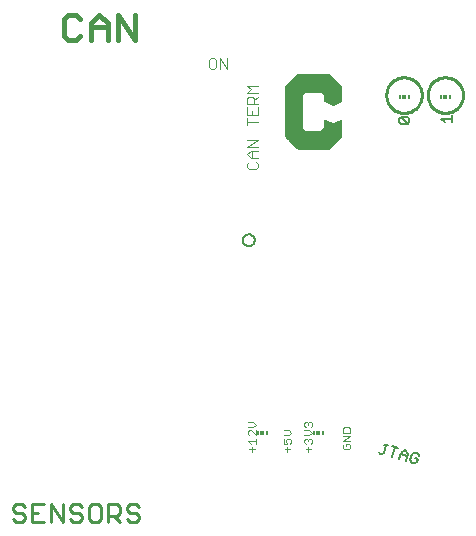
<source format=gto>
G75*
G70*
%OFA0B0*%
%FSLAX24Y24*%
%IPPOS*%
%LPD*%
%AMOC8*
5,1,8,0,0,1.08239X$1,22.5*
%
%ADD10C,0.0050*%
%ADD11C,0.0098*%
%ADD12C,0.0150*%
%ADD13C,0.0100*%
%ADD14C,0.0040*%
%ADD15R,0.0059X0.0118*%
%ADD16R,0.0118X0.0118*%
%ADD17C,0.0004*%
D10*
X022595Y010058D02*
X022597Y010085D01*
X022603Y010112D01*
X022612Y010138D01*
X022625Y010162D01*
X022641Y010185D01*
X022660Y010204D01*
X022682Y010221D01*
X022706Y010235D01*
X022731Y010245D01*
X022758Y010252D01*
X022785Y010255D01*
X022813Y010254D01*
X022840Y010249D01*
X022866Y010241D01*
X022890Y010229D01*
X022913Y010213D01*
X022934Y010195D01*
X022951Y010174D01*
X022966Y010150D01*
X022977Y010125D01*
X022985Y010099D01*
X022989Y010072D01*
X022989Y010044D01*
X022985Y010017D01*
X022977Y009991D01*
X022966Y009966D01*
X022951Y009942D01*
X022934Y009921D01*
X022913Y009903D01*
X022891Y009887D01*
X022866Y009875D01*
X022840Y009867D01*
X022813Y009862D01*
X022785Y009861D01*
X022758Y009864D01*
X022731Y009871D01*
X022706Y009881D01*
X022682Y009895D01*
X022660Y009912D01*
X022641Y009931D01*
X022625Y009954D01*
X022612Y009978D01*
X022603Y010004D01*
X022597Y010031D01*
X022595Y010058D01*
X027796Y013992D02*
X027796Y014107D01*
X027853Y014164D01*
X028083Y013935D01*
X028140Y013992D01*
X028140Y014107D01*
X028083Y014164D01*
X027853Y014164D01*
X027796Y013992D02*
X027853Y013935D01*
X028083Y013935D01*
X029213Y014109D02*
X029557Y014109D01*
X029557Y014223D02*
X029557Y013994D01*
X029328Y013994D02*
X029213Y014109D01*
X027313Y003246D02*
X027423Y003216D01*
X027368Y003231D02*
X027294Y002954D01*
X027224Y002914D01*
X027168Y002929D01*
X027128Y002999D01*
X027552Y003182D02*
X027773Y003122D01*
X027663Y003152D02*
X027574Y002820D01*
X027813Y002756D02*
X027872Y002977D01*
X028013Y003058D01*
X028094Y002918D01*
X028034Y002696D01*
X028178Y002717D02*
X028237Y002939D01*
X028308Y002979D01*
X028418Y002950D01*
X028459Y002879D01*
X028429Y002769D02*
X028318Y002798D01*
X028429Y002769D02*
X028399Y002658D01*
X028329Y002617D01*
X028219Y002647D01*
X028178Y002717D01*
X028079Y002862D02*
X027858Y002922D01*
D11*
X027377Y014894D02*
X027379Y014942D01*
X027385Y014990D01*
X027395Y015037D01*
X027408Y015083D01*
X027426Y015128D01*
X027446Y015172D01*
X027471Y015214D01*
X027499Y015253D01*
X027529Y015290D01*
X027563Y015324D01*
X027600Y015356D01*
X027638Y015385D01*
X027679Y015410D01*
X027722Y015432D01*
X027767Y015450D01*
X027813Y015464D01*
X027860Y015475D01*
X027908Y015482D01*
X027956Y015485D01*
X028004Y015484D01*
X028052Y015479D01*
X028100Y015470D01*
X028146Y015458D01*
X028191Y015441D01*
X028235Y015421D01*
X028277Y015398D01*
X028317Y015371D01*
X028355Y015341D01*
X028390Y015308D01*
X028422Y015272D01*
X028452Y015234D01*
X028478Y015193D01*
X028500Y015150D01*
X028520Y015106D01*
X028535Y015061D01*
X028547Y015014D01*
X028555Y014966D01*
X028559Y014918D01*
X028559Y014870D01*
X028555Y014822D01*
X028547Y014774D01*
X028535Y014727D01*
X028520Y014682D01*
X028500Y014638D01*
X028478Y014595D01*
X028452Y014554D01*
X028422Y014516D01*
X028390Y014480D01*
X028355Y014447D01*
X028317Y014417D01*
X028277Y014390D01*
X028235Y014367D01*
X028191Y014347D01*
X028146Y014330D01*
X028100Y014318D01*
X028052Y014309D01*
X028004Y014304D01*
X027956Y014303D01*
X027908Y014306D01*
X027860Y014313D01*
X027813Y014324D01*
X027767Y014338D01*
X027722Y014356D01*
X027679Y014378D01*
X027638Y014403D01*
X027600Y014432D01*
X027563Y014464D01*
X027529Y014498D01*
X027499Y014535D01*
X027471Y014574D01*
X027446Y014616D01*
X027426Y014660D01*
X027408Y014705D01*
X027395Y014751D01*
X027385Y014798D01*
X027379Y014846D01*
X027377Y014894D01*
X028755Y014894D02*
X028757Y014942D01*
X028763Y014990D01*
X028773Y015037D01*
X028786Y015083D01*
X028804Y015128D01*
X028824Y015172D01*
X028849Y015214D01*
X028877Y015253D01*
X028907Y015290D01*
X028941Y015324D01*
X028978Y015356D01*
X029016Y015385D01*
X029057Y015410D01*
X029100Y015432D01*
X029145Y015450D01*
X029191Y015464D01*
X029238Y015475D01*
X029286Y015482D01*
X029334Y015485D01*
X029382Y015484D01*
X029430Y015479D01*
X029478Y015470D01*
X029524Y015458D01*
X029569Y015441D01*
X029613Y015421D01*
X029655Y015398D01*
X029695Y015371D01*
X029733Y015341D01*
X029768Y015308D01*
X029800Y015272D01*
X029830Y015234D01*
X029856Y015193D01*
X029878Y015150D01*
X029898Y015106D01*
X029913Y015061D01*
X029925Y015014D01*
X029933Y014966D01*
X029937Y014918D01*
X029937Y014870D01*
X029933Y014822D01*
X029925Y014774D01*
X029913Y014727D01*
X029898Y014682D01*
X029878Y014638D01*
X029856Y014595D01*
X029830Y014554D01*
X029800Y014516D01*
X029768Y014480D01*
X029733Y014447D01*
X029695Y014417D01*
X029655Y014390D01*
X029613Y014367D01*
X029569Y014347D01*
X029524Y014330D01*
X029478Y014318D01*
X029430Y014309D01*
X029382Y014304D01*
X029334Y014303D01*
X029286Y014306D01*
X029238Y014313D01*
X029191Y014324D01*
X029145Y014338D01*
X029100Y014356D01*
X029057Y014378D01*
X029016Y014403D01*
X028978Y014432D01*
X028941Y014464D01*
X028907Y014498D01*
X028877Y014535D01*
X028849Y014574D01*
X028824Y014616D01*
X028804Y014660D01*
X028786Y014705D01*
X028773Y014751D01*
X028763Y014798D01*
X028757Y014846D01*
X028755Y014894D01*
D12*
X018995Y016741D02*
X018995Y017576D01*
X018438Y017576D02*
X018995Y016741D01*
X018438Y016741D02*
X018438Y017576D01*
X018089Y017297D02*
X018089Y016741D01*
X017532Y016741D02*
X017532Y017297D01*
X017810Y017576D01*
X018089Y017297D01*
X018089Y017158D02*
X017532Y017158D01*
X017182Y016880D02*
X017043Y016741D01*
X016765Y016741D01*
X016626Y016880D01*
X016626Y017437D01*
X016765Y017576D01*
X017043Y017576D01*
X017182Y017437D01*
D13*
X014927Y000771D02*
X015026Y000673D01*
X015222Y000673D01*
X015320Y000771D01*
X015320Y000869D01*
X015222Y000967D01*
X015026Y000967D01*
X014927Y001065D01*
X014927Y001164D01*
X015026Y001262D01*
X015222Y001262D01*
X015320Y001164D01*
X015562Y001262D02*
X015562Y000673D01*
X015955Y000673D01*
X016196Y000673D02*
X016196Y001262D01*
X016589Y000673D01*
X016589Y001262D01*
X016831Y001164D02*
X016831Y001065D01*
X016929Y000967D01*
X017125Y000967D01*
X017224Y000869D01*
X017224Y000771D01*
X017125Y000673D01*
X016929Y000673D01*
X016831Y000771D01*
X016831Y001164D02*
X016929Y001262D01*
X017125Y001262D01*
X017224Y001164D01*
X017465Y001164D02*
X017465Y000771D01*
X017563Y000673D01*
X017760Y000673D01*
X017858Y000771D01*
X017858Y001164D01*
X017760Y001262D01*
X017563Y001262D01*
X017465Y001164D01*
X018099Y001262D02*
X018099Y000673D01*
X018099Y000869D02*
X018394Y000869D01*
X018492Y000967D01*
X018492Y001164D01*
X018394Y001262D01*
X018099Y001262D01*
X018296Y000869D02*
X018492Y000673D01*
X018734Y000771D02*
X018832Y000673D01*
X019028Y000673D01*
X019127Y000771D01*
X019127Y000869D01*
X019028Y000967D01*
X018832Y000967D01*
X018734Y001065D01*
X018734Y001164D01*
X018832Y001262D01*
X019028Y001262D01*
X019127Y001164D01*
X015955Y001262D02*
X015562Y001262D01*
X015562Y000967D02*
X015758Y000967D01*
D14*
X022814Y003090D02*
X022984Y003090D01*
X022899Y003005D02*
X022899Y003175D01*
X022856Y003277D02*
X022771Y003362D01*
X023027Y003362D01*
X023027Y003277D02*
X023027Y003447D01*
X023027Y003548D02*
X022856Y003719D01*
X022814Y003719D01*
X022771Y003676D01*
X022771Y003591D01*
X022814Y003548D01*
X023027Y003548D02*
X023027Y003719D01*
X022942Y003820D02*
X022771Y003820D01*
X022771Y003991D02*
X022942Y003991D01*
X023027Y003905D01*
X022942Y003820D01*
X023952Y003719D02*
X024123Y003719D01*
X024208Y003634D01*
X024123Y003548D01*
X023952Y003548D01*
X023952Y003447D02*
X023952Y003277D01*
X024080Y003277D01*
X024038Y003362D01*
X024038Y003404D01*
X024080Y003447D01*
X024165Y003447D01*
X024208Y003404D01*
X024208Y003319D01*
X024165Y003277D01*
X024080Y003175D02*
X024080Y003005D01*
X023995Y003090D02*
X024165Y003090D01*
X024684Y003090D02*
X024854Y003090D01*
X024769Y003005D02*
X024769Y003175D01*
X024684Y003277D02*
X024641Y003319D01*
X024641Y003404D01*
X024684Y003447D01*
X024727Y003447D01*
X024769Y003404D01*
X024812Y003447D01*
X024854Y003447D01*
X024897Y003404D01*
X024897Y003319D01*
X024854Y003277D01*
X024769Y003362D02*
X024769Y003404D01*
X024812Y003548D02*
X024641Y003548D01*
X024812Y003548D02*
X024897Y003634D01*
X024812Y003719D01*
X024641Y003719D01*
X024684Y003820D02*
X024641Y003863D01*
X024641Y003948D01*
X024684Y003991D01*
X024727Y003991D01*
X024769Y003948D01*
X024812Y003991D01*
X024854Y003991D01*
X024897Y003948D01*
X024897Y003863D01*
X024854Y003820D01*
X024769Y003905D02*
X024769Y003948D01*
X025921Y003775D02*
X025921Y003647D01*
X026176Y003647D01*
X026176Y003775D01*
X026134Y003817D01*
X025964Y003817D01*
X025921Y003775D01*
X025921Y003545D02*
X026176Y003545D01*
X025921Y003375D01*
X026176Y003375D01*
X026134Y003273D02*
X026049Y003273D01*
X026049Y003188D01*
X026134Y003103D02*
X026176Y003146D01*
X026176Y003231D01*
X026134Y003273D01*
X026134Y003103D02*
X025964Y003103D01*
X025921Y003146D01*
X025921Y003231D01*
X025964Y003273D01*
X023027Y012434D02*
X022791Y012434D01*
X022732Y012493D01*
X022732Y012611D01*
X022791Y012670D01*
X022850Y012796D02*
X022732Y012914D01*
X022850Y013032D01*
X023086Y013032D01*
X023086Y013159D02*
X022732Y013159D01*
X023086Y013395D01*
X022732Y013395D01*
X022732Y013884D02*
X022732Y014120D01*
X022732Y014002D02*
X023086Y014002D01*
X023086Y014246D02*
X023086Y014482D01*
X023086Y014609D02*
X022732Y014609D01*
X022732Y014786D01*
X022791Y014845D01*
X022909Y014845D01*
X022968Y014786D01*
X022968Y014609D01*
X022968Y014727D02*
X023086Y014845D01*
X023086Y014971D02*
X022732Y014971D01*
X022850Y015089D01*
X022732Y015207D01*
X023086Y015207D01*
X022732Y014482D02*
X022732Y014246D01*
X023086Y014246D01*
X022909Y014246D02*
X022909Y014364D01*
X022071Y015780D02*
X022071Y016134D01*
X021835Y016134D02*
X021835Y015780D01*
X021708Y015839D02*
X021649Y015780D01*
X021531Y015780D01*
X021472Y015839D01*
X021472Y016075D01*
X021531Y016134D01*
X021649Y016134D01*
X021708Y016075D01*
X021708Y015839D01*
X021835Y016134D02*
X022071Y015780D01*
X022909Y013032D02*
X022909Y012796D01*
X022850Y012796D02*
X023086Y012796D01*
X023027Y012670D02*
X023086Y012611D01*
X023086Y012493D01*
X023027Y012434D01*
D15*
X027820Y014835D03*
X028116Y014835D03*
X029198Y014835D03*
X029494Y014835D03*
X025261Y003615D03*
X024966Y003615D03*
X023391Y003615D03*
X023096Y003615D03*
D16*
X023244Y003615D03*
X025114Y003615D03*
X027968Y014835D03*
X029346Y014835D03*
D17*
X025862Y014850D02*
X025311Y014850D01*
X025311Y014848D02*
X025862Y014848D01*
X025862Y014845D02*
X025311Y014845D01*
X025311Y014843D02*
X025862Y014843D01*
X025862Y014840D02*
X025311Y014840D01*
X025311Y014838D02*
X025862Y014838D01*
X025862Y014836D02*
X025311Y014836D01*
X025311Y014833D02*
X025862Y014833D01*
X025862Y014831D02*
X025311Y014831D01*
X025311Y014828D02*
X025862Y014828D01*
X025862Y014826D02*
X025311Y014826D01*
X025311Y014823D02*
X025862Y014823D01*
X025862Y014821D02*
X025311Y014821D01*
X025311Y014818D02*
X025862Y014818D01*
X025862Y014816D02*
X025311Y014816D01*
X025311Y014813D02*
X025862Y014813D01*
X025862Y014811D02*
X025311Y014811D01*
X025311Y014808D02*
X025862Y014808D01*
X025862Y014806D02*
X025311Y014806D01*
X025311Y014803D02*
X025862Y014803D01*
X025862Y014801D02*
X025311Y014801D01*
X025311Y014798D02*
X025862Y014798D01*
X025862Y014796D02*
X025311Y014796D01*
X025311Y014793D02*
X025862Y014793D01*
X025862Y014791D02*
X025311Y014791D01*
X025311Y014788D02*
X025862Y014788D01*
X025862Y014786D02*
X025311Y014786D01*
X025311Y014783D02*
X025862Y014783D01*
X025862Y014781D02*
X025311Y014781D01*
X025311Y014778D02*
X025862Y014778D01*
X025862Y014776D02*
X025311Y014776D01*
X025311Y014774D02*
X025862Y014774D01*
X025862Y014771D02*
X025311Y014771D01*
X025311Y014769D02*
X025862Y014769D01*
X025862Y014766D02*
X025311Y014766D01*
X025311Y014764D02*
X025862Y014764D01*
X025862Y014761D02*
X025311Y014761D01*
X025311Y014759D02*
X025862Y014759D01*
X025862Y014756D02*
X025311Y014756D01*
X025311Y014754D02*
X025862Y014754D01*
X025862Y014751D02*
X025311Y014751D01*
X025311Y014749D02*
X025862Y014749D01*
X025862Y014746D02*
X025311Y014746D01*
X025311Y014744D02*
X025862Y014744D01*
X025862Y014741D02*
X025311Y014741D01*
X025311Y014739D02*
X025862Y014739D01*
X025862Y014736D02*
X025311Y014736D01*
X025311Y014734D02*
X025862Y014734D01*
X025862Y014731D02*
X025311Y014731D01*
X025311Y014729D02*
X025862Y014729D01*
X025862Y014726D02*
X025311Y014726D01*
X025311Y014724D02*
X025862Y014724D01*
X025862Y014721D02*
X025311Y014721D01*
X025311Y014719D02*
X025862Y014719D01*
X025862Y014716D02*
X025311Y014716D01*
X025311Y014714D02*
X025862Y014714D01*
X025862Y014711D02*
X025311Y014711D01*
X025311Y014709D02*
X025862Y014709D01*
X025862Y014707D02*
X025311Y014707D01*
X025311Y014704D02*
X025862Y014704D01*
X025862Y014702D02*
X025311Y014702D01*
X025311Y014699D02*
X025862Y014699D01*
X025862Y014697D02*
X025862Y015189D01*
X025448Y015603D01*
X024425Y015603D01*
X024011Y015189D01*
X024011Y013516D01*
X024425Y013103D01*
X025448Y013103D01*
X025862Y013516D01*
X025862Y014067D01*
X025860Y014067D01*
X025862Y014067D02*
X025586Y013949D01*
X025311Y014067D01*
X025312Y014067D01*
X025311Y014067D02*
X025311Y013811D01*
X025192Y013693D01*
X024661Y013693D01*
X024563Y013792D01*
X024563Y014894D01*
X024661Y014993D01*
X025212Y014993D01*
X025311Y014894D01*
X025311Y014697D01*
X025586Y014579D01*
X025862Y014697D01*
X025860Y014697D02*
X025312Y014697D01*
X025318Y014694D02*
X025854Y014694D01*
X025849Y014692D02*
X025324Y014692D01*
X025330Y014689D02*
X025843Y014689D01*
X025837Y014687D02*
X025335Y014687D01*
X025341Y014684D02*
X025831Y014684D01*
X025825Y014682D02*
X025347Y014682D01*
X025353Y014679D02*
X025820Y014679D01*
X025814Y014677D02*
X025359Y014677D01*
X025364Y014674D02*
X025808Y014674D01*
X025802Y014672D02*
X025370Y014672D01*
X025376Y014669D02*
X025796Y014669D01*
X025791Y014667D02*
X025382Y014667D01*
X025387Y014664D02*
X025785Y014664D01*
X025779Y014662D02*
X025393Y014662D01*
X025399Y014659D02*
X025773Y014659D01*
X025767Y014657D02*
X025405Y014657D01*
X025411Y014654D02*
X025762Y014654D01*
X025756Y014652D02*
X025416Y014652D01*
X025422Y014649D02*
X025750Y014649D01*
X025744Y014647D02*
X025428Y014647D01*
X025434Y014645D02*
X025739Y014645D01*
X025733Y014642D02*
X025440Y014642D01*
X025445Y014640D02*
X025727Y014640D01*
X025721Y014637D02*
X025451Y014637D01*
X025457Y014635D02*
X025715Y014635D01*
X025710Y014632D02*
X025463Y014632D01*
X025468Y014630D02*
X025704Y014630D01*
X025698Y014627D02*
X025474Y014627D01*
X025480Y014625D02*
X025692Y014625D01*
X025686Y014622D02*
X025486Y014622D01*
X025492Y014620D02*
X025681Y014620D01*
X025675Y014617D02*
X025497Y014617D01*
X025503Y014615D02*
X025669Y014615D01*
X025663Y014612D02*
X025509Y014612D01*
X025515Y014610D02*
X025658Y014610D01*
X025652Y014607D02*
X025521Y014607D01*
X025526Y014605D02*
X025646Y014605D01*
X025640Y014602D02*
X025532Y014602D01*
X025538Y014600D02*
X025634Y014600D01*
X025629Y014597D02*
X025544Y014597D01*
X025549Y014595D02*
X025623Y014595D01*
X025617Y014592D02*
X025555Y014592D01*
X025561Y014590D02*
X025611Y014590D01*
X025605Y014587D02*
X025567Y014587D01*
X025573Y014585D02*
X025600Y014585D01*
X025594Y014583D02*
X025578Y014583D01*
X025584Y014580D02*
X025588Y014580D01*
X025862Y014853D02*
X025311Y014853D01*
X025311Y014855D02*
X025862Y014855D01*
X025862Y014858D02*
X025311Y014858D01*
X025311Y014860D02*
X025862Y014860D01*
X025862Y014863D02*
X025311Y014863D01*
X025311Y014865D02*
X025862Y014865D01*
X025862Y014868D02*
X025311Y014868D01*
X025311Y014870D02*
X025862Y014870D01*
X025862Y014873D02*
X025311Y014873D01*
X025311Y014875D02*
X025862Y014875D01*
X025862Y014878D02*
X025311Y014878D01*
X025311Y014880D02*
X025862Y014880D01*
X025862Y014883D02*
X025311Y014883D01*
X025311Y014885D02*
X025862Y014885D01*
X025862Y014888D02*
X025311Y014888D01*
X025311Y014890D02*
X025862Y014890D01*
X025862Y014893D02*
X025311Y014893D01*
X025310Y014895D02*
X025862Y014895D01*
X025862Y014898D02*
X025307Y014898D01*
X025305Y014900D02*
X025862Y014900D01*
X025862Y014902D02*
X025302Y014902D01*
X025300Y014905D02*
X025862Y014905D01*
X025862Y014907D02*
X025297Y014907D01*
X025295Y014910D02*
X025862Y014910D01*
X025862Y014912D02*
X025292Y014912D01*
X025290Y014915D02*
X025862Y014915D01*
X025862Y014917D02*
X025287Y014917D01*
X025285Y014920D02*
X025862Y014920D01*
X025862Y014922D02*
X025282Y014922D01*
X025280Y014925D02*
X025862Y014925D01*
X025862Y014927D02*
X025277Y014927D01*
X025275Y014930D02*
X025862Y014930D01*
X025862Y014932D02*
X025272Y014932D01*
X025270Y014935D02*
X025862Y014935D01*
X025862Y014937D02*
X025268Y014937D01*
X025265Y014940D02*
X025862Y014940D01*
X025862Y014942D02*
X025263Y014942D01*
X025260Y014945D02*
X025862Y014945D01*
X025862Y014947D02*
X025258Y014947D01*
X025255Y014950D02*
X025862Y014950D01*
X025862Y014952D02*
X025253Y014952D01*
X025250Y014955D02*
X025862Y014955D01*
X025862Y014957D02*
X025248Y014957D01*
X025245Y014960D02*
X025862Y014960D01*
X025862Y014962D02*
X025243Y014962D01*
X025240Y014964D02*
X025862Y014964D01*
X025862Y014967D02*
X025238Y014967D01*
X025235Y014969D02*
X025862Y014969D01*
X025862Y014972D02*
X025233Y014972D01*
X025230Y014974D02*
X025862Y014974D01*
X025862Y014977D02*
X025228Y014977D01*
X025225Y014979D02*
X025862Y014979D01*
X025862Y014982D02*
X025223Y014982D01*
X025220Y014984D02*
X025862Y014984D01*
X025862Y014987D02*
X025218Y014987D01*
X025215Y014989D02*
X025862Y014989D01*
X025862Y014992D02*
X025213Y014992D01*
X025625Y015426D02*
X024248Y015426D01*
X024250Y015428D02*
X025623Y015428D01*
X025620Y015431D02*
X024253Y015431D01*
X024255Y015433D02*
X025618Y015433D01*
X025615Y015436D02*
X024258Y015436D01*
X024260Y015438D02*
X025613Y015438D01*
X025610Y015441D02*
X024263Y015441D01*
X024265Y015443D02*
X025608Y015443D01*
X025606Y015446D02*
X024268Y015446D01*
X024270Y015448D02*
X025603Y015448D01*
X025601Y015451D02*
X024273Y015451D01*
X024275Y015453D02*
X025598Y015453D01*
X025596Y015456D02*
X024277Y015456D01*
X024280Y015458D02*
X025593Y015458D01*
X025591Y015461D02*
X024282Y015461D01*
X024285Y015463D02*
X025588Y015463D01*
X025586Y015466D02*
X024287Y015466D01*
X024290Y015468D02*
X025583Y015468D01*
X025581Y015470D02*
X024292Y015470D01*
X024295Y015473D02*
X025578Y015473D01*
X025576Y015475D02*
X024297Y015475D01*
X024300Y015478D02*
X025573Y015478D01*
X025571Y015480D02*
X024302Y015480D01*
X024305Y015483D02*
X025568Y015483D01*
X025566Y015485D02*
X024307Y015485D01*
X024310Y015488D02*
X025563Y015488D01*
X025561Y015490D02*
X024312Y015490D01*
X024315Y015493D02*
X025558Y015493D01*
X025556Y015495D02*
X024317Y015495D01*
X024320Y015498D02*
X025553Y015498D01*
X025551Y015500D02*
X024322Y015500D01*
X024325Y015503D02*
X025548Y015503D01*
X025546Y015505D02*
X024327Y015505D01*
X024330Y015508D02*
X025544Y015508D01*
X025541Y015510D02*
X024332Y015510D01*
X024335Y015513D02*
X025539Y015513D01*
X025536Y015515D02*
X024337Y015515D01*
X024339Y015518D02*
X025534Y015518D01*
X025531Y015520D02*
X024342Y015520D01*
X024344Y015523D02*
X025529Y015523D01*
X025526Y015525D02*
X024347Y015525D01*
X024349Y015528D02*
X025524Y015528D01*
X025521Y015530D02*
X024352Y015530D01*
X024354Y015532D02*
X025519Y015532D01*
X025516Y015535D02*
X024357Y015535D01*
X024359Y015537D02*
X025514Y015537D01*
X025511Y015540D02*
X024362Y015540D01*
X024364Y015542D02*
X025509Y015542D01*
X025506Y015545D02*
X024367Y015545D01*
X024369Y015547D02*
X025504Y015547D01*
X025501Y015550D02*
X024372Y015550D01*
X024374Y015552D02*
X025499Y015552D01*
X025496Y015555D02*
X024377Y015555D01*
X024379Y015557D02*
X025494Y015557D01*
X025491Y015560D02*
X024382Y015560D01*
X024384Y015562D02*
X025489Y015562D01*
X025486Y015565D02*
X024387Y015565D01*
X024389Y015567D02*
X025484Y015567D01*
X025481Y015570D02*
X024392Y015570D01*
X024394Y015572D02*
X025479Y015572D01*
X025477Y015575D02*
X024397Y015575D01*
X024399Y015577D02*
X025474Y015577D01*
X025472Y015580D02*
X024401Y015580D01*
X024404Y015582D02*
X025469Y015582D01*
X025467Y015585D02*
X024406Y015585D01*
X024409Y015587D02*
X025464Y015587D01*
X025462Y015590D02*
X024411Y015590D01*
X024414Y015592D02*
X025459Y015592D01*
X025457Y015594D02*
X024416Y015594D01*
X024419Y015597D02*
X025454Y015597D01*
X025452Y015599D02*
X024421Y015599D01*
X024424Y015602D02*
X025449Y015602D01*
X025628Y015423D02*
X024245Y015423D01*
X024243Y015421D02*
X025630Y015421D01*
X025633Y015418D02*
X024240Y015418D01*
X024238Y015416D02*
X025635Y015416D01*
X025638Y015413D02*
X024235Y015413D01*
X024233Y015411D02*
X025640Y015411D01*
X025643Y015408D02*
X024230Y015408D01*
X024228Y015406D02*
X025645Y015406D01*
X025648Y015404D02*
X024225Y015404D01*
X024223Y015401D02*
X025650Y015401D01*
X025653Y015399D02*
X024220Y015399D01*
X024218Y015396D02*
X025655Y015396D01*
X025658Y015394D02*
X024215Y015394D01*
X024213Y015391D02*
X025660Y015391D01*
X025663Y015389D02*
X024211Y015389D01*
X024208Y015386D02*
X025665Y015386D01*
X025668Y015384D02*
X024206Y015384D01*
X024203Y015381D02*
X025670Y015381D01*
X025672Y015379D02*
X024201Y015379D01*
X024198Y015376D02*
X025675Y015376D01*
X025677Y015374D02*
X024196Y015374D01*
X024193Y015371D02*
X025680Y015371D01*
X025682Y015369D02*
X024191Y015369D01*
X024188Y015366D02*
X025685Y015366D01*
X025687Y015364D02*
X024186Y015364D01*
X024183Y015361D02*
X025690Y015361D01*
X025692Y015359D02*
X024181Y015359D01*
X024178Y015356D02*
X025695Y015356D01*
X025697Y015354D02*
X024176Y015354D01*
X024173Y015351D02*
X025700Y015351D01*
X025702Y015349D02*
X024171Y015349D01*
X024168Y015346D02*
X025705Y015346D01*
X025707Y015344D02*
X024166Y015344D01*
X024163Y015341D02*
X025710Y015341D01*
X025712Y015339D02*
X024161Y015339D01*
X024158Y015337D02*
X025715Y015337D01*
X025717Y015334D02*
X024156Y015334D01*
X024153Y015332D02*
X025720Y015332D01*
X025722Y015329D02*
X024151Y015329D01*
X024149Y015327D02*
X025725Y015327D01*
X025727Y015324D02*
X024146Y015324D01*
X024144Y015322D02*
X025730Y015322D01*
X025732Y015319D02*
X024141Y015319D01*
X024139Y015317D02*
X025734Y015317D01*
X025737Y015314D02*
X024136Y015314D01*
X024134Y015312D02*
X025739Y015312D01*
X025742Y015309D02*
X024131Y015309D01*
X024129Y015307D02*
X025744Y015307D01*
X025747Y015304D02*
X024126Y015304D01*
X024124Y015302D02*
X025749Y015302D01*
X025752Y015299D02*
X024121Y015299D01*
X024119Y015297D02*
X025754Y015297D01*
X025757Y015294D02*
X024116Y015294D01*
X024114Y015292D02*
X025759Y015292D01*
X025762Y015289D02*
X024111Y015289D01*
X024109Y015287D02*
X025764Y015287D01*
X025767Y015284D02*
X024106Y015284D01*
X024104Y015282D02*
X025769Y015282D01*
X025772Y015279D02*
X024101Y015279D01*
X024099Y015277D02*
X025774Y015277D01*
X025777Y015275D02*
X024096Y015275D01*
X024094Y015272D02*
X025779Y015272D01*
X025782Y015270D02*
X024091Y015270D01*
X024089Y015267D02*
X025784Y015267D01*
X025787Y015265D02*
X024086Y015265D01*
X024084Y015262D02*
X025789Y015262D01*
X025792Y015260D02*
X024082Y015260D01*
X024079Y015257D02*
X025794Y015257D01*
X025796Y015255D02*
X024077Y015255D01*
X024074Y015252D02*
X025799Y015252D01*
X025801Y015250D02*
X024072Y015250D01*
X024069Y015247D02*
X025804Y015247D01*
X025806Y015245D02*
X024067Y015245D01*
X024064Y015242D02*
X025809Y015242D01*
X025811Y015240D02*
X024062Y015240D01*
X024059Y015237D02*
X025814Y015237D01*
X025816Y015235D02*
X024057Y015235D01*
X024054Y015232D02*
X025819Y015232D01*
X025821Y015230D02*
X024052Y015230D01*
X024049Y015227D02*
X025824Y015227D01*
X025826Y015225D02*
X024047Y015225D01*
X024044Y015222D02*
X025829Y015222D01*
X025831Y015220D02*
X024042Y015220D01*
X024039Y015217D02*
X025834Y015217D01*
X025836Y015215D02*
X024037Y015215D01*
X024034Y015213D02*
X025839Y015213D01*
X025841Y015210D02*
X024032Y015210D01*
X024029Y015208D02*
X025844Y015208D01*
X025846Y015205D02*
X024027Y015205D01*
X024024Y015203D02*
X025849Y015203D01*
X025851Y015200D02*
X024022Y015200D01*
X024020Y015198D02*
X025854Y015198D01*
X025856Y015195D02*
X024017Y015195D01*
X024015Y015193D02*
X025859Y015193D01*
X025861Y015190D02*
X024012Y015190D01*
X024011Y015188D02*
X025862Y015188D01*
X025862Y015185D02*
X024011Y015185D01*
X024011Y015183D02*
X025862Y015183D01*
X025862Y015180D02*
X024011Y015180D01*
X024011Y015178D02*
X025862Y015178D01*
X025862Y015175D02*
X024011Y015175D01*
X024011Y015173D02*
X025862Y015173D01*
X025862Y015170D02*
X024011Y015170D01*
X024011Y015168D02*
X025862Y015168D01*
X025862Y015165D02*
X024011Y015165D01*
X024011Y015163D02*
X025862Y015163D01*
X025862Y015160D02*
X024011Y015160D01*
X024011Y015158D02*
X025862Y015158D01*
X025862Y015155D02*
X024011Y015155D01*
X024011Y015153D02*
X025862Y015153D01*
X025862Y015151D02*
X024011Y015151D01*
X024011Y015148D02*
X025862Y015148D01*
X025862Y015146D02*
X024011Y015146D01*
X024011Y015143D02*
X025862Y015143D01*
X025862Y015141D02*
X024011Y015141D01*
X024011Y015138D02*
X025862Y015138D01*
X025862Y015136D02*
X024011Y015136D01*
X024011Y015133D02*
X025862Y015133D01*
X025862Y015131D02*
X024011Y015131D01*
X024011Y015128D02*
X025862Y015128D01*
X025862Y015126D02*
X024011Y015126D01*
X024011Y015123D02*
X025862Y015123D01*
X025862Y015121D02*
X024011Y015121D01*
X024011Y015118D02*
X025862Y015118D01*
X025862Y015116D02*
X024011Y015116D01*
X024011Y015113D02*
X025862Y015113D01*
X025862Y015111D02*
X024011Y015111D01*
X024011Y015108D02*
X025862Y015108D01*
X025862Y015106D02*
X024011Y015106D01*
X024011Y015103D02*
X025862Y015103D01*
X025862Y015101D02*
X024011Y015101D01*
X024011Y015098D02*
X025862Y015098D01*
X025862Y015096D02*
X024011Y015096D01*
X024011Y015093D02*
X025862Y015093D01*
X025862Y015091D02*
X024011Y015091D01*
X024011Y015089D02*
X025862Y015089D01*
X025862Y015086D02*
X024011Y015086D01*
X024011Y015084D02*
X025862Y015084D01*
X025862Y015081D02*
X024011Y015081D01*
X024011Y015079D02*
X025862Y015079D01*
X025862Y015076D02*
X024011Y015076D01*
X024011Y015074D02*
X025862Y015074D01*
X025862Y015071D02*
X024011Y015071D01*
X024011Y015069D02*
X025862Y015069D01*
X025862Y015066D02*
X024011Y015066D01*
X024011Y015064D02*
X025862Y015064D01*
X025862Y015061D02*
X024011Y015061D01*
X024011Y015059D02*
X025862Y015059D01*
X025862Y015056D02*
X024011Y015056D01*
X024011Y015054D02*
X025862Y015054D01*
X025862Y015051D02*
X024011Y015051D01*
X024011Y015049D02*
X025862Y015049D01*
X025862Y015046D02*
X024011Y015046D01*
X024011Y015044D02*
X025862Y015044D01*
X025862Y015041D02*
X024011Y015041D01*
X024011Y015039D02*
X025862Y015039D01*
X025862Y015036D02*
X024011Y015036D01*
X024011Y015034D02*
X025862Y015034D01*
X025862Y015031D02*
X024011Y015031D01*
X024011Y015029D02*
X025862Y015029D01*
X025862Y015026D02*
X024011Y015026D01*
X024011Y015024D02*
X025862Y015024D01*
X025862Y015022D02*
X024011Y015022D01*
X024011Y015019D02*
X025862Y015019D01*
X025862Y015017D02*
X024011Y015017D01*
X024011Y015014D02*
X025862Y015014D01*
X025862Y015012D02*
X024011Y015012D01*
X024011Y015009D02*
X025862Y015009D01*
X025862Y015007D02*
X024011Y015007D01*
X024011Y015004D02*
X025862Y015004D01*
X025862Y015002D02*
X024011Y015002D01*
X024011Y014999D02*
X025862Y014999D01*
X025862Y014997D02*
X024011Y014997D01*
X024011Y014994D02*
X025862Y014994D01*
X025854Y014064D02*
X025862Y014064D01*
X025862Y014062D02*
X025848Y014062D01*
X025843Y014059D02*
X025862Y014059D01*
X025862Y014057D02*
X025837Y014057D01*
X025831Y014054D02*
X025862Y014054D01*
X025862Y014052D02*
X025825Y014052D01*
X025819Y014049D02*
X025862Y014049D01*
X025862Y014047D02*
X025814Y014047D01*
X025808Y014044D02*
X025862Y014044D01*
X025862Y014042D02*
X025802Y014042D01*
X025796Y014039D02*
X025862Y014039D01*
X025862Y014037D02*
X025790Y014037D01*
X025785Y014034D02*
X025862Y014034D01*
X025862Y014032D02*
X025779Y014032D01*
X025773Y014029D02*
X025862Y014029D01*
X025862Y014027D02*
X025767Y014027D01*
X025762Y014024D02*
X025862Y014024D01*
X025862Y014022D02*
X025756Y014022D01*
X025750Y014019D02*
X025862Y014019D01*
X025862Y014017D02*
X025744Y014017D01*
X025738Y014015D02*
X025862Y014015D01*
X025862Y014012D02*
X025733Y014012D01*
X025727Y014010D02*
X025862Y014010D01*
X025862Y014007D02*
X025721Y014007D01*
X025715Y014005D02*
X025862Y014005D01*
X025862Y014002D02*
X025709Y014002D01*
X025704Y014000D02*
X025862Y014000D01*
X025862Y013997D02*
X025698Y013997D01*
X025692Y013995D02*
X025862Y013995D01*
X025862Y013992D02*
X025686Y013992D01*
X025681Y013990D02*
X025862Y013990D01*
X025862Y013987D02*
X025675Y013987D01*
X025669Y013985D02*
X025862Y013985D01*
X025862Y013982D02*
X025663Y013982D01*
X025657Y013980D02*
X025862Y013980D01*
X025862Y013977D02*
X025652Y013977D01*
X025646Y013975D02*
X025862Y013975D01*
X025862Y013972D02*
X025640Y013972D01*
X025634Y013970D02*
X025862Y013970D01*
X025862Y013967D02*
X025628Y013967D01*
X025623Y013965D02*
X025862Y013965D01*
X025862Y013962D02*
X025617Y013962D01*
X025611Y013960D02*
X025862Y013960D01*
X025862Y013957D02*
X025605Y013957D01*
X025599Y013955D02*
X025862Y013955D01*
X025862Y013953D02*
X025594Y013953D01*
X025588Y013950D02*
X025862Y013950D01*
X025862Y013948D02*
X025311Y013948D01*
X025311Y013950D02*
X025584Y013950D01*
X025579Y013953D02*
X025311Y013953D01*
X025311Y013955D02*
X025573Y013955D01*
X025567Y013957D02*
X025311Y013957D01*
X025311Y013960D02*
X025561Y013960D01*
X025555Y013962D02*
X025311Y013962D01*
X025311Y013965D02*
X025550Y013965D01*
X025544Y013967D02*
X025311Y013967D01*
X025311Y013970D02*
X025538Y013970D01*
X025532Y013972D02*
X025311Y013972D01*
X025311Y013975D02*
X025527Y013975D01*
X025521Y013977D02*
X025311Y013977D01*
X025311Y013980D02*
X025515Y013980D01*
X025509Y013982D02*
X025311Y013982D01*
X025311Y013985D02*
X025503Y013985D01*
X025498Y013987D02*
X025311Y013987D01*
X025311Y013990D02*
X025492Y013990D01*
X025486Y013992D02*
X025311Y013992D01*
X025311Y013995D02*
X025480Y013995D01*
X025474Y013997D02*
X025311Y013997D01*
X025311Y014000D02*
X025469Y014000D01*
X025463Y014002D02*
X025311Y014002D01*
X025311Y014005D02*
X025457Y014005D01*
X025451Y014007D02*
X025311Y014007D01*
X025311Y014010D02*
X025446Y014010D01*
X025440Y014012D02*
X025311Y014012D01*
X025311Y014015D02*
X025434Y014015D01*
X025428Y014017D02*
X025311Y014017D01*
X025311Y014019D02*
X025422Y014019D01*
X025417Y014022D02*
X025311Y014022D01*
X025311Y014024D02*
X025411Y014024D01*
X025405Y014027D02*
X025311Y014027D01*
X025311Y014029D02*
X025399Y014029D01*
X025393Y014032D02*
X025311Y014032D01*
X025311Y014034D02*
X025388Y014034D01*
X025382Y014037D02*
X025311Y014037D01*
X025311Y014039D02*
X025376Y014039D01*
X025370Y014042D02*
X025311Y014042D01*
X025311Y014044D02*
X025364Y014044D01*
X025359Y014047D02*
X025311Y014047D01*
X025311Y014049D02*
X025353Y014049D01*
X025347Y014052D02*
X025311Y014052D01*
X025311Y014054D02*
X025341Y014054D01*
X025336Y014057D02*
X025311Y014057D01*
X025311Y014059D02*
X025330Y014059D01*
X025324Y014062D02*
X025311Y014062D01*
X025311Y014064D02*
X025318Y014064D01*
X025311Y013945D02*
X025862Y013945D01*
X025862Y013943D02*
X025311Y013943D01*
X025311Y013940D02*
X025862Y013940D01*
X025862Y013938D02*
X025311Y013938D01*
X025311Y013935D02*
X025862Y013935D01*
X025862Y013933D02*
X025311Y013933D01*
X025311Y013930D02*
X025862Y013930D01*
X025862Y013928D02*
X025311Y013928D01*
X025311Y013925D02*
X025862Y013925D01*
X025862Y013923D02*
X025311Y013923D01*
X025311Y013920D02*
X025862Y013920D01*
X025862Y013918D02*
X025311Y013918D01*
X025311Y013915D02*
X025862Y013915D01*
X025862Y013913D02*
X025311Y013913D01*
X025311Y013910D02*
X025862Y013910D01*
X025862Y013908D02*
X025311Y013908D01*
X025311Y013905D02*
X025862Y013905D01*
X025862Y013903D02*
X025311Y013903D01*
X025311Y013900D02*
X025862Y013900D01*
X025862Y013898D02*
X025311Y013898D01*
X025311Y013895D02*
X025862Y013895D01*
X025862Y013893D02*
X025311Y013893D01*
X025311Y013891D02*
X025862Y013891D01*
X025862Y013888D02*
X025311Y013888D01*
X025311Y013886D02*
X025862Y013886D01*
X025862Y013883D02*
X025311Y013883D01*
X025311Y013881D02*
X025862Y013881D01*
X025862Y013878D02*
X025311Y013878D01*
X025311Y013876D02*
X025862Y013876D01*
X025862Y013873D02*
X025311Y013873D01*
X025311Y013871D02*
X025862Y013871D01*
X025862Y013868D02*
X025311Y013868D01*
X025311Y013866D02*
X025862Y013866D01*
X025862Y013863D02*
X025311Y013863D01*
X025311Y013861D02*
X025862Y013861D01*
X025862Y013858D02*
X025311Y013858D01*
X025311Y013856D02*
X025862Y013856D01*
X025862Y013853D02*
X025311Y013853D01*
X025311Y013851D02*
X025862Y013851D01*
X025862Y013848D02*
X025311Y013848D01*
X025311Y013846D02*
X025862Y013846D01*
X025862Y013843D02*
X025311Y013843D01*
X025311Y013841D02*
X025862Y013841D01*
X025862Y013838D02*
X025311Y013838D01*
X025311Y013836D02*
X025862Y013836D01*
X025862Y013833D02*
X025311Y013833D01*
X025311Y013831D02*
X025862Y013831D01*
X025862Y013829D02*
X025311Y013829D01*
X025311Y013826D02*
X025862Y013826D01*
X025862Y013824D02*
X025311Y013824D01*
X025311Y013821D02*
X025862Y013821D01*
X025862Y013819D02*
X025311Y013819D01*
X025311Y013816D02*
X025862Y013816D01*
X025862Y013814D02*
X025311Y013814D01*
X025310Y013811D02*
X025862Y013811D01*
X025862Y013809D02*
X025308Y013809D01*
X025305Y013806D02*
X025862Y013806D01*
X025862Y013804D02*
X025303Y013804D01*
X025300Y013801D02*
X025862Y013801D01*
X025862Y013799D02*
X025298Y013799D01*
X025295Y013796D02*
X025862Y013796D01*
X025862Y013794D02*
X025293Y013794D01*
X025290Y013791D02*
X025862Y013791D01*
X025862Y013789D02*
X025288Y013789D01*
X025285Y013786D02*
X025862Y013786D01*
X025862Y013784D02*
X025283Y013784D01*
X025280Y013781D02*
X025862Y013781D01*
X025862Y013779D02*
X025278Y013779D01*
X025275Y013776D02*
X025862Y013776D01*
X025862Y013774D02*
X025273Y013774D01*
X025271Y013771D02*
X025862Y013771D01*
X025862Y013769D02*
X025268Y013769D01*
X025266Y013766D02*
X025862Y013766D01*
X025862Y013764D02*
X025263Y013764D01*
X025261Y013762D02*
X025862Y013762D01*
X025862Y013759D02*
X025258Y013759D01*
X025256Y013757D02*
X025862Y013757D01*
X025862Y013754D02*
X025253Y013754D01*
X025251Y013752D02*
X025862Y013752D01*
X025862Y013749D02*
X025248Y013749D01*
X025246Y013747D02*
X025862Y013747D01*
X025862Y013744D02*
X025243Y013744D01*
X025241Y013742D02*
X025862Y013742D01*
X025862Y013739D02*
X025238Y013739D01*
X025236Y013737D02*
X025862Y013737D01*
X025862Y013734D02*
X025233Y013734D01*
X025231Y013732D02*
X025862Y013732D01*
X025862Y013729D02*
X025228Y013729D01*
X025226Y013727D02*
X025862Y013727D01*
X025862Y013724D02*
X025223Y013724D01*
X025221Y013722D02*
X025862Y013722D01*
X025862Y013719D02*
X025218Y013719D01*
X025216Y013717D02*
X025862Y013717D01*
X025862Y013714D02*
X025213Y013714D01*
X025211Y013712D02*
X025862Y013712D01*
X025862Y013709D02*
X025209Y013709D01*
X025206Y013707D02*
X025862Y013707D01*
X025862Y013704D02*
X025204Y013704D01*
X025201Y013702D02*
X025862Y013702D01*
X025862Y013700D02*
X025199Y013700D01*
X025196Y013697D02*
X025862Y013697D01*
X025862Y013695D02*
X025194Y013695D01*
X024660Y013695D02*
X024011Y013695D01*
X024011Y013697D02*
X024657Y013697D01*
X024655Y013700D02*
X024011Y013700D01*
X024011Y013702D02*
X024652Y013702D01*
X024650Y013704D02*
X024011Y013704D01*
X024011Y013707D02*
X024647Y013707D01*
X024645Y013709D02*
X024011Y013709D01*
X024011Y013712D02*
X024642Y013712D01*
X024640Y013714D02*
X024011Y013714D01*
X024011Y013717D02*
X024637Y013717D01*
X024635Y013719D02*
X024011Y013719D01*
X024011Y013722D02*
X024632Y013722D01*
X024630Y013724D02*
X024011Y013724D01*
X024011Y013727D02*
X024628Y013727D01*
X024625Y013729D02*
X024011Y013729D01*
X024011Y013732D02*
X024623Y013732D01*
X024620Y013734D02*
X024011Y013734D01*
X024011Y013737D02*
X024618Y013737D01*
X024615Y013739D02*
X024011Y013739D01*
X024011Y013742D02*
X024613Y013742D01*
X024610Y013744D02*
X024011Y013744D01*
X024011Y013747D02*
X024608Y013747D01*
X024605Y013749D02*
X024011Y013749D01*
X024011Y013752D02*
X024603Y013752D01*
X024600Y013754D02*
X024011Y013754D01*
X024011Y013757D02*
X024598Y013757D01*
X024595Y013759D02*
X024011Y013759D01*
X024011Y013762D02*
X024593Y013762D01*
X024590Y013764D02*
X024011Y013764D01*
X024011Y013766D02*
X024588Y013766D01*
X024585Y013769D02*
X024011Y013769D01*
X024011Y013771D02*
X024583Y013771D01*
X024580Y013774D02*
X024011Y013774D01*
X024011Y013776D02*
X024578Y013776D01*
X024575Y013779D02*
X024011Y013779D01*
X024011Y013781D02*
X024573Y013781D01*
X024570Y013784D02*
X024011Y013784D01*
X024011Y013786D02*
X024568Y013786D01*
X024566Y013789D02*
X024011Y013789D01*
X024011Y013791D02*
X024563Y013791D01*
X024563Y013794D02*
X024011Y013794D01*
X024011Y013796D02*
X024563Y013796D01*
X024563Y013799D02*
X024011Y013799D01*
X024011Y013801D02*
X024563Y013801D01*
X024563Y013804D02*
X024011Y013804D01*
X024011Y013806D02*
X024563Y013806D01*
X024563Y013809D02*
X024011Y013809D01*
X024011Y013811D02*
X024563Y013811D01*
X024563Y013814D02*
X024011Y013814D01*
X024011Y013816D02*
X024563Y013816D01*
X024563Y013819D02*
X024011Y013819D01*
X024011Y013821D02*
X024563Y013821D01*
X024563Y013824D02*
X024011Y013824D01*
X024011Y013826D02*
X024563Y013826D01*
X024563Y013829D02*
X024011Y013829D01*
X024011Y013831D02*
X024563Y013831D01*
X024563Y013833D02*
X024011Y013833D01*
X024011Y013836D02*
X024563Y013836D01*
X024563Y013838D02*
X024011Y013838D01*
X024011Y013841D02*
X024563Y013841D01*
X024563Y013843D02*
X024011Y013843D01*
X024011Y013846D02*
X024563Y013846D01*
X024563Y013848D02*
X024011Y013848D01*
X024011Y013851D02*
X024563Y013851D01*
X024563Y013853D02*
X024011Y013853D01*
X024011Y013856D02*
X024563Y013856D01*
X024563Y013858D02*
X024011Y013858D01*
X024011Y013861D02*
X024563Y013861D01*
X024563Y013863D02*
X024011Y013863D01*
X024011Y013866D02*
X024563Y013866D01*
X024563Y013868D02*
X024011Y013868D01*
X024011Y013871D02*
X024563Y013871D01*
X024563Y013873D02*
X024011Y013873D01*
X024011Y013876D02*
X024563Y013876D01*
X024563Y013878D02*
X024011Y013878D01*
X024011Y013881D02*
X024563Y013881D01*
X024563Y013883D02*
X024011Y013883D01*
X024011Y013886D02*
X024563Y013886D01*
X024563Y013888D02*
X024011Y013888D01*
X024011Y013891D02*
X024563Y013891D01*
X024563Y013893D02*
X024011Y013893D01*
X024011Y013895D02*
X024563Y013895D01*
X024563Y013898D02*
X024011Y013898D01*
X024011Y013900D02*
X024563Y013900D01*
X024563Y013903D02*
X024011Y013903D01*
X024011Y013905D02*
X024563Y013905D01*
X024563Y013908D02*
X024011Y013908D01*
X024011Y013910D02*
X024563Y013910D01*
X024563Y013913D02*
X024011Y013913D01*
X024011Y013915D02*
X024563Y013915D01*
X024563Y013918D02*
X024011Y013918D01*
X024011Y013920D02*
X024563Y013920D01*
X024563Y013923D02*
X024011Y013923D01*
X024011Y013925D02*
X024563Y013925D01*
X024563Y013928D02*
X024011Y013928D01*
X024011Y013930D02*
X024563Y013930D01*
X024563Y013933D02*
X024011Y013933D01*
X024011Y013935D02*
X024563Y013935D01*
X024563Y013938D02*
X024011Y013938D01*
X024011Y013940D02*
X024563Y013940D01*
X024563Y013943D02*
X024011Y013943D01*
X024011Y013945D02*
X024563Y013945D01*
X024563Y013948D02*
X024011Y013948D01*
X024011Y013950D02*
X024563Y013950D01*
X024563Y013953D02*
X024011Y013953D01*
X024011Y013955D02*
X024563Y013955D01*
X024563Y013957D02*
X024011Y013957D01*
X024011Y013960D02*
X024563Y013960D01*
X024563Y013962D02*
X024011Y013962D01*
X024011Y013965D02*
X024563Y013965D01*
X024563Y013967D02*
X024011Y013967D01*
X024011Y013970D02*
X024563Y013970D01*
X024563Y013972D02*
X024011Y013972D01*
X024011Y013975D02*
X024563Y013975D01*
X024563Y013977D02*
X024011Y013977D01*
X024011Y013980D02*
X024563Y013980D01*
X024563Y013982D02*
X024011Y013982D01*
X024011Y013985D02*
X024563Y013985D01*
X024563Y013987D02*
X024011Y013987D01*
X024011Y013990D02*
X024563Y013990D01*
X024563Y013992D02*
X024011Y013992D01*
X024011Y013995D02*
X024563Y013995D01*
X024563Y013997D02*
X024011Y013997D01*
X024011Y014000D02*
X024563Y014000D01*
X024563Y014002D02*
X024011Y014002D01*
X024011Y014005D02*
X024563Y014005D01*
X024563Y014007D02*
X024011Y014007D01*
X024011Y014010D02*
X024563Y014010D01*
X024563Y014012D02*
X024011Y014012D01*
X024011Y014015D02*
X024563Y014015D01*
X024563Y014017D02*
X024011Y014017D01*
X024011Y014019D02*
X024563Y014019D01*
X024563Y014022D02*
X024011Y014022D01*
X024011Y014024D02*
X024563Y014024D01*
X024563Y014027D02*
X024011Y014027D01*
X024011Y014029D02*
X024563Y014029D01*
X024563Y014032D02*
X024011Y014032D01*
X024011Y014034D02*
X024563Y014034D01*
X024563Y014037D02*
X024011Y014037D01*
X024011Y014039D02*
X024563Y014039D01*
X024563Y014042D02*
X024011Y014042D01*
X024011Y014044D02*
X024563Y014044D01*
X024563Y014047D02*
X024011Y014047D01*
X024011Y014049D02*
X024563Y014049D01*
X024563Y014052D02*
X024011Y014052D01*
X024011Y014054D02*
X024563Y014054D01*
X024563Y014057D02*
X024011Y014057D01*
X024011Y014059D02*
X024563Y014059D01*
X024563Y014062D02*
X024011Y014062D01*
X024011Y014064D02*
X024563Y014064D01*
X024563Y014067D02*
X024011Y014067D01*
X024011Y014069D02*
X024563Y014069D01*
X024563Y014072D02*
X024011Y014072D01*
X024011Y014074D02*
X024563Y014074D01*
X024563Y014077D02*
X024011Y014077D01*
X024011Y014079D02*
X024563Y014079D01*
X024563Y014081D02*
X024011Y014081D01*
X024011Y014084D02*
X024563Y014084D01*
X024563Y014086D02*
X024011Y014086D01*
X024011Y014089D02*
X024563Y014089D01*
X024563Y014091D02*
X024011Y014091D01*
X024011Y014094D02*
X024563Y014094D01*
X024563Y014096D02*
X024011Y014096D01*
X024011Y014099D02*
X024563Y014099D01*
X024563Y014101D02*
X024011Y014101D01*
X024011Y014104D02*
X024563Y014104D01*
X024563Y014106D02*
X024011Y014106D01*
X024011Y014109D02*
X024563Y014109D01*
X024563Y014111D02*
X024011Y014111D01*
X024011Y014114D02*
X024563Y014114D01*
X024563Y014116D02*
X024011Y014116D01*
X024011Y014119D02*
X024563Y014119D01*
X024563Y014121D02*
X024011Y014121D01*
X024011Y014124D02*
X024563Y014124D01*
X024563Y014126D02*
X024011Y014126D01*
X024011Y014129D02*
X024563Y014129D01*
X024563Y014131D02*
X024011Y014131D01*
X024011Y014134D02*
X024563Y014134D01*
X024563Y014136D02*
X024011Y014136D01*
X024011Y014139D02*
X024563Y014139D01*
X024563Y014141D02*
X024011Y014141D01*
X024011Y014144D02*
X024563Y014144D01*
X024563Y014146D02*
X024011Y014146D01*
X024011Y014148D02*
X024563Y014148D01*
X024563Y014151D02*
X024011Y014151D01*
X024011Y014153D02*
X024563Y014153D01*
X024563Y014156D02*
X024011Y014156D01*
X024011Y014158D02*
X024563Y014158D01*
X024563Y014161D02*
X024011Y014161D01*
X024011Y014163D02*
X024563Y014163D01*
X024563Y014166D02*
X024011Y014166D01*
X024011Y014168D02*
X024563Y014168D01*
X024563Y014171D02*
X024011Y014171D01*
X024011Y014173D02*
X024563Y014173D01*
X024563Y014176D02*
X024011Y014176D01*
X024011Y014178D02*
X024563Y014178D01*
X024563Y014181D02*
X024011Y014181D01*
X024011Y014183D02*
X024563Y014183D01*
X024563Y014186D02*
X024011Y014186D01*
X024011Y014188D02*
X024563Y014188D01*
X024563Y014191D02*
X024011Y014191D01*
X024011Y014193D02*
X024563Y014193D01*
X024563Y014196D02*
X024011Y014196D01*
X024011Y014198D02*
X024563Y014198D01*
X024563Y014201D02*
X024011Y014201D01*
X024011Y014203D02*
X024563Y014203D01*
X024563Y014206D02*
X024011Y014206D01*
X024011Y014208D02*
X024563Y014208D01*
X024563Y014210D02*
X024011Y014210D01*
X024011Y014213D02*
X024563Y014213D01*
X024563Y014215D02*
X024011Y014215D01*
X024011Y014218D02*
X024563Y014218D01*
X024563Y014220D02*
X024011Y014220D01*
X024011Y014223D02*
X024563Y014223D01*
X024563Y014225D02*
X024011Y014225D01*
X024011Y014228D02*
X024563Y014228D01*
X024563Y014230D02*
X024011Y014230D01*
X024011Y014233D02*
X024563Y014233D01*
X024563Y014235D02*
X024011Y014235D01*
X024011Y014238D02*
X024563Y014238D01*
X024563Y014240D02*
X024011Y014240D01*
X024011Y014243D02*
X024563Y014243D01*
X024563Y014245D02*
X024011Y014245D01*
X024011Y014248D02*
X024563Y014248D01*
X024563Y014250D02*
X024011Y014250D01*
X024011Y014253D02*
X024563Y014253D01*
X024563Y014255D02*
X024011Y014255D01*
X024011Y014258D02*
X024563Y014258D01*
X024563Y014260D02*
X024011Y014260D01*
X024011Y014263D02*
X024563Y014263D01*
X024563Y014265D02*
X024011Y014265D01*
X024011Y014268D02*
X024563Y014268D01*
X024563Y014270D02*
X024011Y014270D01*
X024011Y014272D02*
X024563Y014272D01*
X024563Y014275D02*
X024011Y014275D01*
X024011Y014277D02*
X024563Y014277D01*
X024563Y014280D02*
X024011Y014280D01*
X024011Y014282D02*
X024563Y014282D01*
X024563Y014285D02*
X024011Y014285D01*
X024011Y014287D02*
X024563Y014287D01*
X024563Y014290D02*
X024011Y014290D01*
X024011Y014292D02*
X024563Y014292D01*
X024563Y014295D02*
X024011Y014295D01*
X024011Y014297D02*
X024563Y014297D01*
X024563Y014300D02*
X024011Y014300D01*
X024011Y014302D02*
X024563Y014302D01*
X024563Y014305D02*
X024011Y014305D01*
X024011Y014307D02*
X024563Y014307D01*
X024563Y014310D02*
X024011Y014310D01*
X024011Y014312D02*
X024563Y014312D01*
X024563Y014315D02*
X024011Y014315D01*
X024011Y014317D02*
X024563Y014317D01*
X024563Y014320D02*
X024011Y014320D01*
X024011Y014322D02*
X024563Y014322D01*
X024563Y014325D02*
X024011Y014325D01*
X024011Y014327D02*
X024563Y014327D01*
X024563Y014330D02*
X024011Y014330D01*
X024011Y014332D02*
X024563Y014332D01*
X024563Y014334D02*
X024011Y014334D01*
X024011Y014337D02*
X024563Y014337D01*
X024563Y014339D02*
X024011Y014339D01*
X024011Y014342D02*
X024563Y014342D01*
X024563Y014344D02*
X024011Y014344D01*
X024011Y014347D02*
X024563Y014347D01*
X024563Y014349D02*
X024011Y014349D01*
X024011Y014352D02*
X024563Y014352D01*
X024563Y014354D02*
X024011Y014354D01*
X024011Y014357D02*
X024563Y014357D01*
X024563Y014359D02*
X024011Y014359D01*
X024011Y014362D02*
X024563Y014362D01*
X024563Y014364D02*
X024011Y014364D01*
X024011Y014367D02*
X024563Y014367D01*
X024563Y014369D02*
X024011Y014369D01*
X024011Y014372D02*
X024563Y014372D01*
X024563Y014374D02*
X024011Y014374D01*
X024011Y014377D02*
X024563Y014377D01*
X024563Y014379D02*
X024011Y014379D01*
X024011Y014382D02*
X024563Y014382D01*
X024563Y014384D02*
X024011Y014384D01*
X024011Y014387D02*
X024563Y014387D01*
X024563Y014389D02*
X024011Y014389D01*
X024011Y014392D02*
X024563Y014392D01*
X024563Y014394D02*
X024011Y014394D01*
X024011Y014396D02*
X024563Y014396D01*
X024563Y014399D02*
X024011Y014399D01*
X024011Y014401D02*
X024563Y014401D01*
X024563Y014404D02*
X024011Y014404D01*
X024011Y014406D02*
X024563Y014406D01*
X024563Y014409D02*
X024011Y014409D01*
X024011Y014411D02*
X024563Y014411D01*
X024563Y014414D02*
X024011Y014414D01*
X024011Y014416D02*
X024563Y014416D01*
X024563Y014419D02*
X024011Y014419D01*
X024011Y014421D02*
X024563Y014421D01*
X024563Y014424D02*
X024011Y014424D01*
X024011Y014426D02*
X024563Y014426D01*
X024563Y014429D02*
X024011Y014429D01*
X024011Y014431D02*
X024563Y014431D01*
X024563Y014434D02*
X024011Y014434D01*
X024011Y014436D02*
X024563Y014436D01*
X024563Y014439D02*
X024011Y014439D01*
X024011Y014441D02*
X024563Y014441D01*
X024563Y014444D02*
X024011Y014444D01*
X024011Y014446D02*
X024563Y014446D01*
X024563Y014449D02*
X024011Y014449D01*
X024011Y014451D02*
X024563Y014451D01*
X024563Y014454D02*
X024011Y014454D01*
X024011Y014456D02*
X024563Y014456D01*
X024563Y014459D02*
X024011Y014459D01*
X024011Y014461D02*
X024563Y014461D01*
X024563Y014463D02*
X024011Y014463D01*
X024011Y014466D02*
X024563Y014466D01*
X024563Y014468D02*
X024011Y014468D01*
X024011Y014471D02*
X024563Y014471D01*
X024563Y014473D02*
X024011Y014473D01*
X024011Y014476D02*
X024563Y014476D01*
X024563Y014478D02*
X024011Y014478D01*
X024011Y014481D02*
X024563Y014481D01*
X024563Y014483D02*
X024011Y014483D01*
X024011Y014486D02*
X024563Y014486D01*
X024563Y014488D02*
X024011Y014488D01*
X024011Y014491D02*
X024563Y014491D01*
X024563Y014493D02*
X024011Y014493D01*
X024011Y014496D02*
X024563Y014496D01*
X024563Y014498D02*
X024011Y014498D01*
X024011Y014501D02*
X024563Y014501D01*
X024563Y014503D02*
X024011Y014503D01*
X024011Y014506D02*
X024563Y014506D01*
X024563Y014508D02*
X024011Y014508D01*
X024011Y014511D02*
X024563Y014511D01*
X024563Y014513D02*
X024011Y014513D01*
X024011Y014516D02*
X024563Y014516D01*
X024563Y014518D02*
X024011Y014518D01*
X024011Y014521D02*
X024563Y014521D01*
X024563Y014523D02*
X024011Y014523D01*
X024011Y014525D02*
X024563Y014525D01*
X024563Y014528D02*
X024011Y014528D01*
X024011Y014530D02*
X024563Y014530D01*
X024563Y014533D02*
X024011Y014533D01*
X024011Y014535D02*
X024563Y014535D01*
X024563Y014538D02*
X024011Y014538D01*
X024011Y014540D02*
X024563Y014540D01*
X024563Y014543D02*
X024011Y014543D01*
X024011Y014545D02*
X024563Y014545D01*
X024563Y014548D02*
X024011Y014548D01*
X024011Y014550D02*
X024563Y014550D01*
X024563Y014553D02*
X024011Y014553D01*
X024011Y014555D02*
X024563Y014555D01*
X024563Y014558D02*
X024011Y014558D01*
X024011Y014560D02*
X024563Y014560D01*
X024563Y014563D02*
X024011Y014563D01*
X024011Y014565D02*
X024563Y014565D01*
X024563Y014568D02*
X024011Y014568D01*
X024011Y014570D02*
X024563Y014570D01*
X024563Y014573D02*
X024011Y014573D01*
X024011Y014575D02*
X024563Y014575D01*
X024563Y014578D02*
X024011Y014578D01*
X024011Y014580D02*
X024563Y014580D01*
X024563Y014583D02*
X024011Y014583D01*
X024011Y014585D02*
X024563Y014585D01*
X024563Y014587D02*
X024011Y014587D01*
X024011Y014590D02*
X024563Y014590D01*
X024563Y014592D02*
X024011Y014592D01*
X024011Y014595D02*
X024563Y014595D01*
X024563Y014597D02*
X024011Y014597D01*
X024011Y014600D02*
X024563Y014600D01*
X024563Y014602D02*
X024011Y014602D01*
X024011Y014605D02*
X024563Y014605D01*
X024563Y014607D02*
X024011Y014607D01*
X024011Y014610D02*
X024563Y014610D01*
X024563Y014612D02*
X024011Y014612D01*
X024011Y014615D02*
X024563Y014615D01*
X024563Y014617D02*
X024011Y014617D01*
X024011Y014620D02*
X024563Y014620D01*
X024563Y014622D02*
X024011Y014622D01*
X024011Y014625D02*
X024563Y014625D01*
X024563Y014627D02*
X024011Y014627D01*
X024011Y014630D02*
X024563Y014630D01*
X024563Y014632D02*
X024011Y014632D01*
X024011Y014635D02*
X024563Y014635D01*
X024563Y014637D02*
X024011Y014637D01*
X024011Y014640D02*
X024563Y014640D01*
X024563Y014642D02*
X024011Y014642D01*
X024011Y014645D02*
X024563Y014645D01*
X024563Y014647D02*
X024011Y014647D01*
X024011Y014649D02*
X024563Y014649D01*
X024563Y014652D02*
X024011Y014652D01*
X024011Y014654D02*
X024563Y014654D01*
X024563Y014657D02*
X024011Y014657D01*
X024011Y014659D02*
X024563Y014659D01*
X024563Y014662D02*
X024011Y014662D01*
X024011Y014664D02*
X024563Y014664D01*
X024563Y014667D02*
X024011Y014667D01*
X024011Y014669D02*
X024563Y014669D01*
X024563Y014672D02*
X024011Y014672D01*
X024011Y014674D02*
X024563Y014674D01*
X024563Y014677D02*
X024011Y014677D01*
X024011Y014679D02*
X024563Y014679D01*
X024563Y014682D02*
X024011Y014682D01*
X024011Y014684D02*
X024563Y014684D01*
X024563Y014687D02*
X024011Y014687D01*
X024011Y014689D02*
X024563Y014689D01*
X024563Y014692D02*
X024011Y014692D01*
X024011Y014694D02*
X024563Y014694D01*
X024563Y014697D02*
X024011Y014697D01*
X024011Y014699D02*
X024563Y014699D01*
X024563Y014702D02*
X024011Y014702D01*
X024011Y014704D02*
X024563Y014704D01*
X024563Y014707D02*
X024011Y014707D01*
X024011Y014709D02*
X024563Y014709D01*
X024563Y014711D02*
X024011Y014711D01*
X024011Y014714D02*
X024563Y014714D01*
X024563Y014716D02*
X024011Y014716D01*
X024011Y014719D02*
X024563Y014719D01*
X024563Y014721D02*
X024011Y014721D01*
X024011Y014724D02*
X024563Y014724D01*
X024563Y014726D02*
X024011Y014726D01*
X024011Y014729D02*
X024563Y014729D01*
X024563Y014731D02*
X024011Y014731D01*
X024011Y014734D02*
X024563Y014734D01*
X024563Y014736D02*
X024011Y014736D01*
X024011Y014739D02*
X024563Y014739D01*
X024563Y014741D02*
X024011Y014741D01*
X024011Y014744D02*
X024563Y014744D01*
X024563Y014746D02*
X024011Y014746D01*
X024011Y014749D02*
X024563Y014749D01*
X024563Y014751D02*
X024011Y014751D01*
X024011Y014754D02*
X024563Y014754D01*
X024563Y014756D02*
X024011Y014756D01*
X024011Y014759D02*
X024563Y014759D01*
X024563Y014761D02*
X024011Y014761D01*
X024011Y014764D02*
X024563Y014764D01*
X024563Y014766D02*
X024011Y014766D01*
X024011Y014769D02*
X024563Y014769D01*
X024563Y014771D02*
X024011Y014771D01*
X024011Y014774D02*
X024563Y014774D01*
X024563Y014776D02*
X024011Y014776D01*
X024011Y014778D02*
X024563Y014778D01*
X024563Y014781D02*
X024011Y014781D01*
X024011Y014783D02*
X024563Y014783D01*
X024563Y014786D02*
X024011Y014786D01*
X024011Y014788D02*
X024563Y014788D01*
X024563Y014791D02*
X024011Y014791D01*
X024011Y014793D02*
X024563Y014793D01*
X024563Y014796D02*
X024011Y014796D01*
X024011Y014798D02*
X024563Y014798D01*
X024563Y014801D02*
X024011Y014801D01*
X024011Y014803D02*
X024563Y014803D01*
X024563Y014806D02*
X024011Y014806D01*
X024011Y014808D02*
X024563Y014808D01*
X024563Y014811D02*
X024011Y014811D01*
X024011Y014813D02*
X024563Y014813D01*
X024563Y014816D02*
X024011Y014816D01*
X024011Y014818D02*
X024563Y014818D01*
X024563Y014821D02*
X024011Y014821D01*
X024011Y014823D02*
X024563Y014823D01*
X024563Y014826D02*
X024011Y014826D01*
X024011Y014828D02*
X024563Y014828D01*
X024563Y014831D02*
X024011Y014831D01*
X024011Y014833D02*
X024563Y014833D01*
X024563Y014836D02*
X024011Y014836D01*
X024011Y014838D02*
X024563Y014838D01*
X024563Y014840D02*
X024011Y014840D01*
X024011Y014843D02*
X024563Y014843D01*
X024563Y014845D02*
X024011Y014845D01*
X024011Y014848D02*
X024563Y014848D01*
X024563Y014850D02*
X024011Y014850D01*
X024011Y014853D02*
X024563Y014853D01*
X024563Y014855D02*
X024011Y014855D01*
X024011Y014858D02*
X024563Y014858D01*
X024563Y014860D02*
X024011Y014860D01*
X024011Y014863D02*
X024563Y014863D01*
X024563Y014865D02*
X024011Y014865D01*
X024011Y014868D02*
X024563Y014868D01*
X024563Y014870D02*
X024011Y014870D01*
X024011Y014873D02*
X024563Y014873D01*
X024563Y014875D02*
X024011Y014875D01*
X024011Y014878D02*
X024563Y014878D01*
X024563Y014880D02*
X024011Y014880D01*
X024011Y014883D02*
X024563Y014883D01*
X024563Y014885D02*
X024011Y014885D01*
X024011Y014888D02*
X024563Y014888D01*
X024563Y014890D02*
X024011Y014890D01*
X024011Y014893D02*
X024563Y014893D01*
X024563Y014895D02*
X024011Y014895D01*
X024011Y014898D02*
X024566Y014898D01*
X024568Y014900D02*
X024011Y014900D01*
X024011Y014902D02*
X024571Y014902D01*
X024573Y014905D02*
X024011Y014905D01*
X024011Y014907D02*
X024576Y014907D01*
X024578Y014910D02*
X024011Y014910D01*
X024011Y014912D02*
X024581Y014912D01*
X024583Y014915D02*
X024011Y014915D01*
X024011Y014917D02*
X024586Y014917D01*
X024588Y014920D02*
X024011Y014920D01*
X024011Y014922D02*
X024591Y014922D01*
X024593Y014925D02*
X024011Y014925D01*
X024011Y014927D02*
X024596Y014927D01*
X024598Y014930D02*
X024011Y014930D01*
X024011Y014932D02*
X024601Y014932D01*
X024603Y014935D02*
X024011Y014935D01*
X024011Y014937D02*
X024606Y014937D01*
X024608Y014940D02*
X024011Y014940D01*
X024011Y014942D02*
X024611Y014942D01*
X024613Y014945D02*
X024011Y014945D01*
X024011Y014947D02*
X024615Y014947D01*
X024618Y014950D02*
X024011Y014950D01*
X024011Y014952D02*
X024620Y014952D01*
X024623Y014955D02*
X024011Y014955D01*
X024011Y014957D02*
X024625Y014957D01*
X024628Y014960D02*
X024011Y014960D01*
X024011Y014962D02*
X024630Y014962D01*
X024633Y014964D02*
X024011Y014964D01*
X024011Y014967D02*
X024635Y014967D01*
X024638Y014969D02*
X024011Y014969D01*
X024011Y014972D02*
X024640Y014972D01*
X024643Y014974D02*
X024011Y014974D01*
X024011Y014977D02*
X024645Y014977D01*
X024648Y014979D02*
X024011Y014979D01*
X024011Y014982D02*
X024650Y014982D01*
X024653Y014984D02*
X024011Y014984D01*
X024011Y014987D02*
X024655Y014987D01*
X024658Y014989D02*
X024011Y014989D01*
X024011Y014992D02*
X024660Y014992D01*
X024011Y013692D02*
X025862Y013692D01*
X025862Y013690D02*
X024011Y013690D01*
X024011Y013687D02*
X025862Y013687D01*
X025862Y013685D02*
X024011Y013685D01*
X024011Y013682D02*
X025862Y013682D01*
X025862Y013680D02*
X024011Y013680D01*
X024011Y013677D02*
X025862Y013677D01*
X025862Y013675D02*
X024011Y013675D01*
X024011Y013672D02*
X025862Y013672D01*
X025862Y013670D02*
X024011Y013670D01*
X024011Y013667D02*
X025862Y013667D01*
X025862Y013665D02*
X024011Y013665D01*
X024011Y013662D02*
X025862Y013662D01*
X025862Y013660D02*
X024011Y013660D01*
X024011Y013657D02*
X025862Y013657D01*
X025862Y013655D02*
X024011Y013655D01*
X024011Y013652D02*
X025862Y013652D01*
X025862Y013650D02*
X024011Y013650D01*
X024011Y013647D02*
X025862Y013647D01*
X025862Y013645D02*
X024011Y013645D01*
X024011Y013642D02*
X025862Y013642D01*
X025862Y013640D02*
X024011Y013640D01*
X024011Y013638D02*
X025862Y013638D01*
X025862Y013635D02*
X024011Y013635D01*
X024011Y013633D02*
X025862Y013633D01*
X025862Y013630D02*
X024011Y013630D01*
X024011Y013628D02*
X025862Y013628D01*
X025862Y013625D02*
X024011Y013625D01*
X024011Y013623D02*
X025862Y013623D01*
X025862Y013620D02*
X024011Y013620D01*
X024011Y013618D02*
X025862Y013618D01*
X025862Y013615D02*
X024011Y013615D01*
X024011Y013613D02*
X025862Y013613D01*
X025862Y013610D02*
X024011Y013610D01*
X024011Y013608D02*
X025862Y013608D01*
X025862Y013605D02*
X024011Y013605D01*
X024011Y013603D02*
X025862Y013603D01*
X025862Y013600D02*
X024011Y013600D01*
X024011Y013598D02*
X025862Y013598D01*
X025862Y013595D02*
X024011Y013595D01*
X024011Y013593D02*
X025862Y013593D01*
X025862Y013590D02*
X024011Y013590D01*
X024011Y013588D02*
X025862Y013588D01*
X025862Y013585D02*
X024011Y013585D01*
X024011Y013583D02*
X025862Y013583D01*
X025862Y013580D02*
X024011Y013580D01*
X024011Y013578D02*
X025862Y013578D01*
X025862Y013576D02*
X024011Y013576D01*
X024011Y013573D02*
X025862Y013573D01*
X025862Y013571D02*
X024011Y013571D01*
X024011Y013568D02*
X025862Y013568D01*
X025862Y013566D02*
X024011Y013566D01*
X024011Y013563D02*
X025862Y013563D01*
X025862Y013561D02*
X024011Y013561D01*
X024011Y013558D02*
X025862Y013558D01*
X025862Y013556D02*
X024011Y013556D01*
X024011Y013553D02*
X025862Y013553D01*
X025862Y013551D02*
X024011Y013551D01*
X024011Y013548D02*
X025862Y013548D01*
X025862Y013546D02*
X024011Y013546D01*
X024011Y013543D02*
X025862Y013543D01*
X025862Y013541D02*
X024011Y013541D01*
X024011Y013538D02*
X025862Y013538D01*
X025862Y013536D02*
X024011Y013536D01*
X024011Y013533D02*
X025862Y013533D01*
X025862Y013531D02*
X024011Y013531D01*
X024011Y013528D02*
X025862Y013528D01*
X025862Y013526D02*
X024011Y013526D01*
X024011Y013523D02*
X025862Y013523D01*
X025862Y013521D02*
X024011Y013521D01*
X024011Y013518D02*
X025862Y013518D01*
X025861Y013516D02*
X024012Y013516D01*
X024014Y013514D02*
X025859Y013514D01*
X025857Y013511D02*
X024017Y013511D01*
X024019Y013509D02*
X025854Y013509D01*
X025852Y013506D02*
X024021Y013506D01*
X024024Y013504D02*
X025849Y013504D01*
X025847Y013501D02*
X024026Y013501D01*
X024029Y013499D02*
X025844Y013499D01*
X025842Y013496D02*
X024031Y013496D01*
X024034Y013494D02*
X025839Y013494D01*
X025837Y013491D02*
X024036Y013491D01*
X024039Y013489D02*
X025834Y013489D01*
X025832Y013486D02*
X024041Y013486D01*
X024044Y013484D02*
X025829Y013484D01*
X025827Y013481D02*
X024046Y013481D01*
X024049Y013479D02*
X025824Y013479D01*
X025822Y013476D02*
X024051Y013476D01*
X024054Y013474D02*
X025819Y013474D01*
X025817Y013471D02*
X024056Y013471D01*
X024059Y013469D02*
X025814Y013469D01*
X025812Y013466D02*
X024061Y013466D01*
X024064Y013464D02*
X025809Y013464D01*
X025807Y013461D02*
X024066Y013461D01*
X024069Y013459D02*
X025804Y013459D01*
X025802Y013456D02*
X024071Y013456D01*
X024074Y013454D02*
X025799Y013454D01*
X025797Y013451D02*
X024076Y013451D01*
X024079Y013449D02*
X025795Y013449D01*
X025792Y013447D02*
X024081Y013447D01*
X024084Y013444D02*
X025790Y013444D01*
X025787Y013442D02*
X024086Y013442D01*
X024088Y013439D02*
X025785Y013439D01*
X025782Y013437D02*
X024091Y013437D01*
X024093Y013434D02*
X025780Y013434D01*
X025777Y013432D02*
X024096Y013432D01*
X024098Y013429D02*
X025775Y013429D01*
X025772Y013427D02*
X024101Y013427D01*
X024103Y013424D02*
X025770Y013424D01*
X025767Y013422D02*
X024106Y013422D01*
X024108Y013419D02*
X025765Y013419D01*
X025762Y013417D02*
X024111Y013417D01*
X024113Y013414D02*
X025760Y013414D01*
X025757Y013412D02*
X024116Y013412D01*
X024118Y013409D02*
X025755Y013409D01*
X025752Y013407D02*
X024121Y013407D01*
X024123Y013404D02*
X025750Y013404D01*
X025747Y013402D02*
X024126Y013402D01*
X024128Y013399D02*
X025745Y013399D01*
X025742Y013397D02*
X024131Y013397D01*
X024133Y013394D02*
X025740Y013394D01*
X025737Y013392D02*
X024136Y013392D01*
X024138Y013389D02*
X025735Y013389D01*
X025733Y013387D02*
X024141Y013387D01*
X024143Y013385D02*
X025730Y013385D01*
X025728Y013382D02*
X024146Y013382D01*
X024148Y013380D02*
X025725Y013380D01*
X025723Y013377D02*
X024150Y013377D01*
X024153Y013375D02*
X025720Y013375D01*
X025718Y013372D02*
X024155Y013372D01*
X024158Y013370D02*
X025715Y013370D01*
X025713Y013367D02*
X024160Y013367D01*
X024163Y013365D02*
X025710Y013365D01*
X025708Y013362D02*
X024165Y013362D01*
X024168Y013360D02*
X025705Y013360D01*
X025703Y013357D02*
X024170Y013357D01*
X024173Y013355D02*
X025700Y013355D01*
X025698Y013352D02*
X024175Y013352D01*
X024178Y013350D02*
X025695Y013350D01*
X025693Y013347D02*
X024180Y013347D01*
X024183Y013345D02*
X025690Y013345D01*
X025688Y013342D02*
X024185Y013342D01*
X024188Y013340D02*
X025685Y013340D01*
X025683Y013337D02*
X024190Y013337D01*
X024193Y013335D02*
X025680Y013335D01*
X025678Y013332D02*
X024195Y013332D01*
X024198Y013330D02*
X025675Y013330D01*
X025673Y013327D02*
X024200Y013327D01*
X024203Y013325D02*
X025671Y013325D01*
X025668Y013323D02*
X024205Y013323D01*
X024208Y013320D02*
X025666Y013320D01*
X025663Y013318D02*
X024210Y013318D01*
X024212Y013315D02*
X025661Y013315D01*
X025658Y013313D02*
X024215Y013313D01*
X024217Y013310D02*
X025656Y013310D01*
X025653Y013308D02*
X024220Y013308D01*
X024222Y013305D02*
X025651Y013305D01*
X025648Y013303D02*
X024225Y013303D01*
X024227Y013300D02*
X025646Y013300D01*
X025643Y013298D02*
X024230Y013298D01*
X024232Y013295D02*
X025641Y013295D01*
X025638Y013293D02*
X024235Y013293D01*
X024237Y013290D02*
X025636Y013290D01*
X025633Y013288D02*
X024240Y013288D01*
X024242Y013285D02*
X025631Y013285D01*
X025628Y013283D02*
X024245Y013283D01*
X024247Y013280D02*
X025626Y013280D01*
X025623Y013278D02*
X024250Y013278D01*
X024252Y013275D02*
X025621Y013275D01*
X025618Y013273D02*
X024255Y013273D01*
X024257Y013270D02*
X025616Y013270D01*
X025613Y013268D02*
X024260Y013268D01*
X024262Y013265D02*
X025611Y013265D01*
X025609Y013263D02*
X024265Y013263D01*
X024267Y013261D02*
X025606Y013261D01*
X025604Y013258D02*
X024270Y013258D01*
X024272Y013256D02*
X025601Y013256D01*
X025599Y013253D02*
X024274Y013253D01*
X024277Y013251D02*
X025596Y013251D01*
X025594Y013248D02*
X024279Y013248D01*
X024282Y013246D02*
X025591Y013246D01*
X025589Y013243D02*
X024284Y013243D01*
X024287Y013241D02*
X025586Y013241D01*
X025584Y013238D02*
X024289Y013238D01*
X024292Y013236D02*
X025581Y013236D01*
X025579Y013233D02*
X024294Y013233D01*
X024297Y013231D02*
X025576Y013231D01*
X025574Y013228D02*
X024299Y013228D01*
X024302Y013226D02*
X025571Y013226D01*
X025569Y013223D02*
X024304Y013223D01*
X024307Y013221D02*
X025566Y013221D01*
X025564Y013218D02*
X024309Y013218D01*
X024312Y013216D02*
X025561Y013216D01*
X025559Y013213D02*
X024314Y013213D01*
X024317Y013211D02*
X025556Y013211D01*
X025554Y013208D02*
X024319Y013208D01*
X024322Y013206D02*
X025551Y013206D01*
X025549Y013203D02*
X024324Y013203D01*
X024327Y013201D02*
X025546Y013201D01*
X025544Y013199D02*
X024329Y013199D01*
X024332Y013196D02*
X025542Y013196D01*
X025539Y013194D02*
X024334Y013194D01*
X024336Y013191D02*
X025537Y013191D01*
X025534Y013189D02*
X024339Y013189D01*
X024341Y013186D02*
X025532Y013186D01*
X025529Y013184D02*
X024344Y013184D01*
X024346Y013181D02*
X025527Y013181D01*
X025524Y013179D02*
X024349Y013179D01*
X024351Y013176D02*
X025522Y013176D01*
X025519Y013174D02*
X024354Y013174D01*
X024356Y013171D02*
X025517Y013171D01*
X025514Y013169D02*
X024359Y013169D01*
X024361Y013166D02*
X025512Y013166D01*
X025509Y013164D02*
X024364Y013164D01*
X024366Y013161D02*
X025507Y013161D01*
X025504Y013159D02*
X024369Y013159D01*
X024371Y013156D02*
X025502Y013156D01*
X025499Y013154D02*
X024374Y013154D01*
X024376Y013151D02*
X025497Y013151D01*
X025494Y013149D02*
X024379Y013149D01*
X024381Y013146D02*
X025492Y013146D01*
X025489Y013144D02*
X024384Y013144D01*
X024386Y013141D02*
X025487Y013141D01*
X025484Y013139D02*
X024389Y013139D01*
X024391Y013136D02*
X025482Y013136D01*
X025480Y013134D02*
X024394Y013134D01*
X024396Y013132D02*
X025477Y013132D01*
X025475Y013129D02*
X024399Y013129D01*
X024401Y013127D02*
X025472Y013127D01*
X025470Y013124D02*
X024403Y013124D01*
X024406Y013122D02*
X025467Y013122D01*
X025465Y013119D02*
X024408Y013119D01*
X024411Y013117D02*
X025462Y013117D01*
X025460Y013114D02*
X024413Y013114D01*
X024416Y013112D02*
X025457Y013112D01*
X025455Y013109D02*
X024418Y013109D01*
X024421Y013107D02*
X025452Y013107D01*
X025450Y013104D02*
X024423Y013104D01*
M02*

</source>
